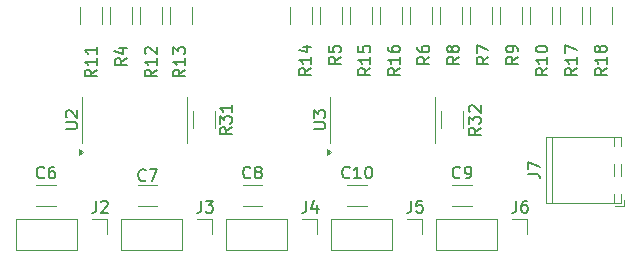
<source format=gbr>
G04 #@! TF.GenerationSoftware,KiCad,Pcbnew,8.0.8-8.0.8-0~ubuntu20.04.1*
G04 #@! TF.CreationDate,2025-01-21T23:34:15+05:30*
G04 #@! TF.ProjectId,hds_rpi,6864735f-7270-4692-9e6b-696361645f70,rev?*
G04 #@! TF.SameCoordinates,Original*
G04 #@! TF.FileFunction,Legend,Top*
G04 #@! TF.FilePolarity,Positive*
%FSLAX46Y46*%
G04 Gerber Fmt 4.6, Leading zero omitted, Abs format (unit mm)*
G04 Created by KiCad (PCBNEW 8.0.8-8.0.8-0~ubuntu20.04.1) date 2025-01-21 23:34:15*
%MOMM*%
%LPD*%
G01*
G04 APERTURE LIST*
%ADD10C,0.150000*%
%ADD11C,0.120000*%
G04 APERTURE END LIST*
D10*
X97456666Y-75146819D02*
X97456666Y-75861104D01*
X97456666Y-75861104D02*
X97409047Y-76003961D01*
X97409047Y-76003961D02*
X97313809Y-76099200D01*
X97313809Y-76099200D02*
X97170952Y-76146819D01*
X97170952Y-76146819D02*
X97075714Y-76146819D01*
X97837619Y-75146819D02*
X98456666Y-75146819D01*
X98456666Y-75146819D02*
X98123333Y-75527771D01*
X98123333Y-75527771D02*
X98266190Y-75527771D01*
X98266190Y-75527771D02*
X98361428Y-75575390D01*
X98361428Y-75575390D02*
X98409047Y-75623009D01*
X98409047Y-75623009D02*
X98456666Y-75718247D01*
X98456666Y-75718247D02*
X98456666Y-75956342D01*
X98456666Y-75956342D02*
X98409047Y-76051580D01*
X98409047Y-76051580D02*
X98361428Y-76099200D01*
X98361428Y-76099200D02*
X98266190Y-76146819D01*
X98266190Y-76146819D02*
X97980476Y-76146819D01*
X97980476Y-76146819D02*
X97885238Y-76099200D01*
X97885238Y-76099200D02*
X97837619Y-76051580D01*
X126769019Y-63915922D02*
X126292828Y-64249255D01*
X126769019Y-64487350D02*
X125769019Y-64487350D01*
X125769019Y-64487350D02*
X125769019Y-64106398D01*
X125769019Y-64106398D02*
X125816638Y-64011160D01*
X125816638Y-64011160D02*
X125864257Y-63963541D01*
X125864257Y-63963541D02*
X125959495Y-63915922D01*
X125959495Y-63915922D02*
X126102352Y-63915922D01*
X126102352Y-63915922D02*
X126197590Y-63963541D01*
X126197590Y-63963541D02*
X126245209Y-64011160D01*
X126245209Y-64011160D02*
X126292828Y-64106398D01*
X126292828Y-64106398D02*
X126292828Y-64487350D01*
X126769019Y-62963541D02*
X126769019Y-63534969D01*
X126769019Y-63249255D02*
X125769019Y-63249255D01*
X125769019Y-63249255D02*
X125911876Y-63344493D01*
X125911876Y-63344493D02*
X126007114Y-63439731D01*
X126007114Y-63439731D02*
X126054733Y-63534969D01*
X125769019Y-62344493D02*
X125769019Y-62249255D01*
X125769019Y-62249255D02*
X125816638Y-62154017D01*
X125816638Y-62154017D02*
X125864257Y-62106398D01*
X125864257Y-62106398D02*
X125959495Y-62058779D01*
X125959495Y-62058779D02*
X126149971Y-62011160D01*
X126149971Y-62011160D02*
X126388066Y-62011160D01*
X126388066Y-62011160D02*
X126578542Y-62058779D01*
X126578542Y-62058779D02*
X126673780Y-62106398D01*
X126673780Y-62106398D02*
X126721400Y-62154017D01*
X126721400Y-62154017D02*
X126769019Y-62249255D01*
X126769019Y-62249255D02*
X126769019Y-62344493D01*
X126769019Y-62344493D02*
X126721400Y-62439731D01*
X126721400Y-62439731D02*
X126673780Y-62487350D01*
X126673780Y-62487350D02*
X126578542Y-62534969D01*
X126578542Y-62534969D02*
X126388066Y-62582588D01*
X126388066Y-62582588D02*
X126149971Y-62582588D01*
X126149971Y-62582588D02*
X125959495Y-62534969D01*
X125959495Y-62534969D02*
X125864257Y-62487350D01*
X125864257Y-62487350D02*
X125816638Y-62439731D01*
X125816638Y-62439731D02*
X125769019Y-62344493D01*
X119370833Y-73159580D02*
X119323214Y-73207200D01*
X119323214Y-73207200D02*
X119180357Y-73254819D01*
X119180357Y-73254819D02*
X119085119Y-73254819D01*
X119085119Y-73254819D02*
X118942262Y-73207200D01*
X118942262Y-73207200D02*
X118847024Y-73111961D01*
X118847024Y-73111961D02*
X118799405Y-73016723D01*
X118799405Y-73016723D02*
X118751786Y-72826247D01*
X118751786Y-72826247D02*
X118751786Y-72683390D01*
X118751786Y-72683390D02*
X118799405Y-72492914D01*
X118799405Y-72492914D02*
X118847024Y-72397676D01*
X118847024Y-72397676D02*
X118942262Y-72302438D01*
X118942262Y-72302438D02*
X119085119Y-72254819D01*
X119085119Y-72254819D02*
X119180357Y-72254819D01*
X119180357Y-72254819D02*
X119323214Y-72302438D01*
X119323214Y-72302438D02*
X119370833Y-72350057D01*
X119847024Y-73254819D02*
X120037500Y-73254819D01*
X120037500Y-73254819D02*
X120132738Y-73207200D01*
X120132738Y-73207200D02*
X120180357Y-73159580D01*
X120180357Y-73159580D02*
X120275595Y-73016723D01*
X120275595Y-73016723D02*
X120323214Y-72826247D01*
X120323214Y-72826247D02*
X120323214Y-72445295D01*
X120323214Y-72445295D02*
X120275595Y-72350057D01*
X120275595Y-72350057D02*
X120227976Y-72302438D01*
X120227976Y-72302438D02*
X120132738Y-72254819D01*
X120132738Y-72254819D02*
X119942262Y-72254819D01*
X119942262Y-72254819D02*
X119847024Y-72302438D01*
X119847024Y-72302438D02*
X119799405Y-72350057D01*
X119799405Y-72350057D02*
X119751786Y-72445295D01*
X119751786Y-72445295D02*
X119751786Y-72683390D01*
X119751786Y-72683390D02*
X119799405Y-72778628D01*
X119799405Y-72778628D02*
X119847024Y-72826247D01*
X119847024Y-72826247D02*
X119942262Y-72873866D01*
X119942262Y-72873866D02*
X120132738Y-72873866D01*
X120132738Y-72873866D02*
X120227976Y-72826247D01*
X120227976Y-72826247D02*
X120275595Y-72778628D01*
X120275595Y-72778628D02*
X120323214Y-72683390D01*
X92745833Y-73384580D02*
X92698214Y-73432200D01*
X92698214Y-73432200D02*
X92555357Y-73479819D01*
X92555357Y-73479819D02*
X92460119Y-73479819D01*
X92460119Y-73479819D02*
X92317262Y-73432200D01*
X92317262Y-73432200D02*
X92222024Y-73336961D01*
X92222024Y-73336961D02*
X92174405Y-73241723D01*
X92174405Y-73241723D02*
X92126786Y-73051247D01*
X92126786Y-73051247D02*
X92126786Y-72908390D01*
X92126786Y-72908390D02*
X92174405Y-72717914D01*
X92174405Y-72717914D02*
X92222024Y-72622676D01*
X92222024Y-72622676D02*
X92317262Y-72527438D01*
X92317262Y-72527438D02*
X92460119Y-72479819D01*
X92460119Y-72479819D02*
X92555357Y-72479819D01*
X92555357Y-72479819D02*
X92698214Y-72527438D01*
X92698214Y-72527438D02*
X92745833Y-72575057D01*
X93079167Y-72479819D02*
X93745833Y-72479819D01*
X93745833Y-72479819D02*
X93317262Y-73479819D01*
X116761419Y-62963541D02*
X116285228Y-63296874D01*
X116761419Y-63534969D02*
X115761419Y-63534969D01*
X115761419Y-63534969D02*
X115761419Y-63154017D01*
X115761419Y-63154017D02*
X115809038Y-63058779D01*
X115809038Y-63058779D02*
X115856657Y-63011160D01*
X115856657Y-63011160D02*
X115951895Y-62963541D01*
X115951895Y-62963541D02*
X116094752Y-62963541D01*
X116094752Y-62963541D02*
X116189990Y-63011160D01*
X116189990Y-63011160D02*
X116237609Y-63058779D01*
X116237609Y-63058779D02*
X116285228Y-63154017D01*
X116285228Y-63154017D02*
X116285228Y-63534969D01*
X115761419Y-62106398D02*
X115761419Y-62296874D01*
X115761419Y-62296874D02*
X115809038Y-62392112D01*
X115809038Y-62392112D02*
X115856657Y-62439731D01*
X115856657Y-62439731D02*
X115999514Y-62534969D01*
X115999514Y-62534969D02*
X116189990Y-62582588D01*
X116189990Y-62582588D02*
X116570942Y-62582588D01*
X116570942Y-62582588D02*
X116666180Y-62534969D01*
X116666180Y-62534969D02*
X116713800Y-62487350D01*
X116713800Y-62487350D02*
X116761419Y-62392112D01*
X116761419Y-62392112D02*
X116761419Y-62201636D01*
X116761419Y-62201636D02*
X116713800Y-62106398D01*
X116713800Y-62106398D02*
X116666180Y-62058779D01*
X116666180Y-62058779D02*
X116570942Y-62011160D01*
X116570942Y-62011160D02*
X116332847Y-62011160D01*
X116332847Y-62011160D02*
X116237609Y-62058779D01*
X116237609Y-62058779D02*
X116189990Y-62106398D01*
X116189990Y-62106398D02*
X116142371Y-62201636D01*
X116142371Y-62201636D02*
X116142371Y-62392112D01*
X116142371Y-62392112D02*
X116189990Y-62487350D01*
X116189990Y-62487350D02*
X116237609Y-62534969D01*
X116237609Y-62534969D02*
X116332847Y-62582588D01*
X84161333Y-73159580D02*
X84113714Y-73207200D01*
X84113714Y-73207200D02*
X83970857Y-73254819D01*
X83970857Y-73254819D02*
X83875619Y-73254819D01*
X83875619Y-73254819D02*
X83732762Y-73207200D01*
X83732762Y-73207200D02*
X83637524Y-73111961D01*
X83637524Y-73111961D02*
X83589905Y-73016723D01*
X83589905Y-73016723D02*
X83542286Y-72826247D01*
X83542286Y-72826247D02*
X83542286Y-72683390D01*
X83542286Y-72683390D02*
X83589905Y-72492914D01*
X83589905Y-72492914D02*
X83637524Y-72397676D01*
X83637524Y-72397676D02*
X83732762Y-72302438D01*
X83732762Y-72302438D02*
X83875619Y-72254819D01*
X83875619Y-72254819D02*
X83970857Y-72254819D01*
X83970857Y-72254819D02*
X84113714Y-72302438D01*
X84113714Y-72302438D02*
X84161333Y-72350057D01*
X85018476Y-72254819D02*
X84828000Y-72254819D01*
X84828000Y-72254819D02*
X84732762Y-72302438D01*
X84732762Y-72302438D02*
X84685143Y-72350057D01*
X84685143Y-72350057D02*
X84589905Y-72492914D01*
X84589905Y-72492914D02*
X84542286Y-72683390D01*
X84542286Y-72683390D02*
X84542286Y-73064342D01*
X84542286Y-73064342D02*
X84589905Y-73159580D01*
X84589905Y-73159580D02*
X84637524Y-73207200D01*
X84637524Y-73207200D02*
X84732762Y-73254819D01*
X84732762Y-73254819D02*
X84923238Y-73254819D01*
X84923238Y-73254819D02*
X85018476Y-73207200D01*
X85018476Y-73207200D02*
X85066095Y-73159580D01*
X85066095Y-73159580D02*
X85113714Y-73064342D01*
X85113714Y-73064342D02*
X85113714Y-72826247D01*
X85113714Y-72826247D02*
X85066095Y-72731009D01*
X85066095Y-72731009D02*
X85018476Y-72683390D01*
X85018476Y-72683390D02*
X84923238Y-72635771D01*
X84923238Y-72635771D02*
X84732762Y-72635771D01*
X84732762Y-72635771D02*
X84637524Y-72683390D01*
X84637524Y-72683390D02*
X84589905Y-72731009D01*
X84589905Y-72731009D02*
X84542286Y-72826247D01*
X96085819Y-64042922D02*
X95609628Y-64376255D01*
X96085819Y-64614350D02*
X95085819Y-64614350D01*
X95085819Y-64614350D02*
X95085819Y-64233398D01*
X95085819Y-64233398D02*
X95133438Y-64138160D01*
X95133438Y-64138160D02*
X95181057Y-64090541D01*
X95181057Y-64090541D02*
X95276295Y-64042922D01*
X95276295Y-64042922D02*
X95419152Y-64042922D01*
X95419152Y-64042922D02*
X95514390Y-64090541D01*
X95514390Y-64090541D02*
X95562009Y-64138160D01*
X95562009Y-64138160D02*
X95609628Y-64233398D01*
X95609628Y-64233398D02*
X95609628Y-64614350D01*
X96085819Y-63090541D02*
X96085819Y-63661969D01*
X96085819Y-63376255D02*
X95085819Y-63376255D01*
X95085819Y-63376255D02*
X95228676Y-63471493D01*
X95228676Y-63471493D02*
X95323914Y-63566731D01*
X95323914Y-63566731D02*
X95371533Y-63661969D01*
X95085819Y-62757207D02*
X95085819Y-62138160D01*
X95085819Y-62138160D02*
X95466771Y-62471493D01*
X95466771Y-62471493D02*
X95466771Y-62328636D01*
X95466771Y-62328636D02*
X95514390Y-62233398D01*
X95514390Y-62233398D02*
X95562009Y-62185779D01*
X95562009Y-62185779D02*
X95657247Y-62138160D01*
X95657247Y-62138160D02*
X95895342Y-62138160D01*
X95895342Y-62138160D02*
X95990580Y-62185779D01*
X95990580Y-62185779D02*
X96038200Y-62233398D01*
X96038200Y-62233398D02*
X96085819Y-62328636D01*
X96085819Y-62328636D02*
X96085819Y-62614350D01*
X96085819Y-62614350D02*
X96038200Y-62709588D01*
X96038200Y-62709588D02*
X95990580Y-62757207D01*
X131772819Y-63915922D02*
X131296628Y-64249255D01*
X131772819Y-64487350D02*
X130772819Y-64487350D01*
X130772819Y-64487350D02*
X130772819Y-64106398D01*
X130772819Y-64106398D02*
X130820438Y-64011160D01*
X130820438Y-64011160D02*
X130868057Y-63963541D01*
X130868057Y-63963541D02*
X130963295Y-63915922D01*
X130963295Y-63915922D02*
X131106152Y-63915922D01*
X131106152Y-63915922D02*
X131201390Y-63963541D01*
X131201390Y-63963541D02*
X131249009Y-64011160D01*
X131249009Y-64011160D02*
X131296628Y-64106398D01*
X131296628Y-64106398D02*
X131296628Y-64487350D01*
X131772819Y-62963541D02*
X131772819Y-63534969D01*
X131772819Y-63249255D02*
X130772819Y-63249255D01*
X130772819Y-63249255D02*
X130915676Y-63344493D01*
X130915676Y-63344493D02*
X131010914Y-63439731D01*
X131010914Y-63439731D02*
X131058533Y-63534969D01*
X131201390Y-62392112D02*
X131153771Y-62487350D01*
X131153771Y-62487350D02*
X131106152Y-62534969D01*
X131106152Y-62534969D02*
X131010914Y-62582588D01*
X131010914Y-62582588D02*
X130963295Y-62582588D01*
X130963295Y-62582588D02*
X130868057Y-62534969D01*
X130868057Y-62534969D02*
X130820438Y-62487350D01*
X130820438Y-62487350D02*
X130772819Y-62392112D01*
X130772819Y-62392112D02*
X130772819Y-62201636D01*
X130772819Y-62201636D02*
X130820438Y-62106398D01*
X130820438Y-62106398D02*
X130868057Y-62058779D01*
X130868057Y-62058779D02*
X130963295Y-62011160D01*
X130963295Y-62011160D02*
X131010914Y-62011160D01*
X131010914Y-62011160D02*
X131106152Y-62058779D01*
X131106152Y-62058779D02*
X131153771Y-62106398D01*
X131153771Y-62106398D02*
X131201390Y-62201636D01*
X131201390Y-62201636D02*
X131201390Y-62392112D01*
X131201390Y-62392112D02*
X131249009Y-62487350D01*
X131249009Y-62487350D02*
X131296628Y-62534969D01*
X131296628Y-62534969D02*
X131391866Y-62582588D01*
X131391866Y-62582588D02*
X131582342Y-62582588D01*
X131582342Y-62582588D02*
X131677580Y-62534969D01*
X131677580Y-62534969D02*
X131725200Y-62487350D01*
X131725200Y-62487350D02*
X131772819Y-62392112D01*
X131772819Y-62392112D02*
X131772819Y-62201636D01*
X131772819Y-62201636D02*
X131725200Y-62106398D01*
X131725200Y-62106398D02*
X131677580Y-62058779D01*
X131677580Y-62058779D02*
X131582342Y-62011160D01*
X131582342Y-62011160D02*
X131391866Y-62011160D01*
X131391866Y-62011160D02*
X131296628Y-62058779D01*
X131296628Y-62058779D02*
X131249009Y-62106398D01*
X131249009Y-62106398D02*
X131201390Y-62201636D01*
X91132819Y-63090541D02*
X90656628Y-63423874D01*
X91132819Y-63661969D02*
X90132819Y-63661969D01*
X90132819Y-63661969D02*
X90132819Y-63281017D01*
X90132819Y-63281017D02*
X90180438Y-63185779D01*
X90180438Y-63185779D02*
X90228057Y-63138160D01*
X90228057Y-63138160D02*
X90323295Y-63090541D01*
X90323295Y-63090541D02*
X90466152Y-63090541D01*
X90466152Y-63090541D02*
X90561390Y-63138160D01*
X90561390Y-63138160D02*
X90609009Y-63185779D01*
X90609009Y-63185779D02*
X90656628Y-63281017D01*
X90656628Y-63281017D02*
X90656628Y-63661969D01*
X90466152Y-62233398D02*
X91132819Y-62233398D01*
X90085200Y-62471493D02*
X90799485Y-62709588D01*
X90799485Y-62709588D02*
X90799485Y-62090541D01*
X88566666Y-75146819D02*
X88566666Y-75861104D01*
X88566666Y-75861104D02*
X88519047Y-76003961D01*
X88519047Y-76003961D02*
X88423809Y-76099200D01*
X88423809Y-76099200D02*
X88280952Y-76146819D01*
X88280952Y-76146819D02*
X88185714Y-76146819D01*
X88995238Y-75242057D02*
X89042857Y-75194438D01*
X89042857Y-75194438D02*
X89138095Y-75146819D01*
X89138095Y-75146819D02*
X89376190Y-75146819D01*
X89376190Y-75146819D02*
X89471428Y-75194438D01*
X89471428Y-75194438D02*
X89519047Y-75242057D01*
X89519047Y-75242057D02*
X89566666Y-75337295D01*
X89566666Y-75337295D02*
X89566666Y-75432533D01*
X89566666Y-75432533D02*
X89519047Y-75575390D01*
X89519047Y-75575390D02*
X88947619Y-76146819D01*
X88947619Y-76146819D02*
X89566666Y-76146819D01*
X121104819Y-68968857D02*
X120628628Y-69302190D01*
X121104819Y-69540285D02*
X120104819Y-69540285D01*
X120104819Y-69540285D02*
X120104819Y-69159333D01*
X120104819Y-69159333D02*
X120152438Y-69064095D01*
X120152438Y-69064095D02*
X120200057Y-69016476D01*
X120200057Y-69016476D02*
X120295295Y-68968857D01*
X120295295Y-68968857D02*
X120438152Y-68968857D01*
X120438152Y-68968857D02*
X120533390Y-69016476D01*
X120533390Y-69016476D02*
X120581009Y-69064095D01*
X120581009Y-69064095D02*
X120628628Y-69159333D01*
X120628628Y-69159333D02*
X120628628Y-69540285D01*
X120104819Y-68635523D02*
X120104819Y-68016476D01*
X120104819Y-68016476D02*
X120485771Y-68349809D01*
X120485771Y-68349809D02*
X120485771Y-68206952D01*
X120485771Y-68206952D02*
X120533390Y-68111714D01*
X120533390Y-68111714D02*
X120581009Y-68064095D01*
X120581009Y-68064095D02*
X120676247Y-68016476D01*
X120676247Y-68016476D02*
X120914342Y-68016476D01*
X120914342Y-68016476D02*
X121009580Y-68064095D01*
X121009580Y-68064095D02*
X121057200Y-68111714D01*
X121057200Y-68111714D02*
X121104819Y-68206952D01*
X121104819Y-68206952D02*
X121104819Y-68492666D01*
X121104819Y-68492666D02*
X121057200Y-68587904D01*
X121057200Y-68587904D02*
X121009580Y-68635523D01*
X120200057Y-67635523D02*
X120152438Y-67587904D01*
X120152438Y-67587904D02*
X120104819Y-67492666D01*
X120104819Y-67492666D02*
X120104819Y-67254571D01*
X120104819Y-67254571D02*
X120152438Y-67159333D01*
X120152438Y-67159333D02*
X120200057Y-67111714D01*
X120200057Y-67111714D02*
X120295295Y-67064095D01*
X120295295Y-67064095D02*
X120390533Y-67064095D01*
X120390533Y-67064095D02*
X120533390Y-67111714D01*
X120533390Y-67111714D02*
X121104819Y-67683142D01*
X121104819Y-67683142D02*
X121104819Y-67064095D01*
X124267119Y-62963541D02*
X123790928Y-63296874D01*
X124267119Y-63534969D02*
X123267119Y-63534969D01*
X123267119Y-63534969D02*
X123267119Y-63154017D01*
X123267119Y-63154017D02*
X123314738Y-63058779D01*
X123314738Y-63058779D02*
X123362357Y-63011160D01*
X123362357Y-63011160D02*
X123457595Y-62963541D01*
X123457595Y-62963541D02*
X123600452Y-62963541D01*
X123600452Y-62963541D02*
X123695690Y-63011160D01*
X123695690Y-63011160D02*
X123743309Y-63058779D01*
X123743309Y-63058779D02*
X123790928Y-63154017D01*
X123790928Y-63154017D02*
X123790928Y-63534969D01*
X124267119Y-62487350D02*
X124267119Y-62296874D01*
X124267119Y-62296874D02*
X124219500Y-62201636D01*
X124219500Y-62201636D02*
X124171880Y-62154017D01*
X124171880Y-62154017D02*
X124029023Y-62058779D01*
X124029023Y-62058779D02*
X123838547Y-62011160D01*
X123838547Y-62011160D02*
X123457595Y-62011160D01*
X123457595Y-62011160D02*
X123362357Y-62058779D01*
X123362357Y-62058779D02*
X123314738Y-62106398D01*
X123314738Y-62106398D02*
X123267119Y-62201636D01*
X123267119Y-62201636D02*
X123267119Y-62392112D01*
X123267119Y-62392112D02*
X123314738Y-62487350D01*
X123314738Y-62487350D02*
X123362357Y-62534969D01*
X123362357Y-62534969D02*
X123457595Y-62582588D01*
X123457595Y-62582588D02*
X123695690Y-62582588D01*
X123695690Y-62582588D02*
X123790928Y-62534969D01*
X123790928Y-62534969D02*
X123838547Y-62487350D01*
X123838547Y-62487350D02*
X123886166Y-62392112D01*
X123886166Y-62392112D02*
X123886166Y-62201636D01*
X123886166Y-62201636D02*
X123838547Y-62106398D01*
X123838547Y-62106398D02*
X123790928Y-62058779D01*
X123790928Y-62058779D02*
X123695690Y-62011160D01*
X109255719Y-62963541D02*
X108779528Y-63296874D01*
X109255719Y-63534969D02*
X108255719Y-63534969D01*
X108255719Y-63534969D02*
X108255719Y-63154017D01*
X108255719Y-63154017D02*
X108303338Y-63058779D01*
X108303338Y-63058779D02*
X108350957Y-63011160D01*
X108350957Y-63011160D02*
X108446195Y-62963541D01*
X108446195Y-62963541D02*
X108589052Y-62963541D01*
X108589052Y-62963541D02*
X108684290Y-63011160D01*
X108684290Y-63011160D02*
X108731909Y-63058779D01*
X108731909Y-63058779D02*
X108779528Y-63154017D01*
X108779528Y-63154017D02*
X108779528Y-63534969D01*
X108255719Y-62058779D02*
X108255719Y-62534969D01*
X108255719Y-62534969D02*
X108731909Y-62582588D01*
X108731909Y-62582588D02*
X108684290Y-62534969D01*
X108684290Y-62534969D02*
X108636671Y-62439731D01*
X108636671Y-62439731D02*
X108636671Y-62201636D01*
X108636671Y-62201636D02*
X108684290Y-62106398D01*
X108684290Y-62106398D02*
X108731909Y-62058779D01*
X108731909Y-62058779D02*
X108827147Y-62011160D01*
X108827147Y-62011160D02*
X109065242Y-62011160D01*
X109065242Y-62011160D02*
X109160480Y-62058779D01*
X109160480Y-62058779D02*
X109208100Y-62106398D01*
X109208100Y-62106398D02*
X109255719Y-62201636D01*
X109255719Y-62201636D02*
X109255719Y-62439731D01*
X109255719Y-62439731D02*
X109208100Y-62534969D01*
X109208100Y-62534969D02*
X109160480Y-62582588D01*
X85974819Y-69061904D02*
X86784342Y-69061904D01*
X86784342Y-69061904D02*
X86879580Y-69014285D01*
X86879580Y-69014285D02*
X86927200Y-68966666D01*
X86927200Y-68966666D02*
X86974819Y-68871428D01*
X86974819Y-68871428D02*
X86974819Y-68680952D01*
X86974819Y-68680952D02*
X86927200Y-68585714D01*
X86927200Y-68585714D02*
X86879580Y-68538095D01*
X86879580Y-68538095D02*
X86784342Y-68490476D01*
X86784342Y-68490476D02*
X85974819Y-68490476D01*
X86070057Y-68061904D02*
X86022438Y-68014285D01*
X86022438Y-68014285D02*
X85974819Y-67919047D01*
X85974819Y-67919047D02*
X85974819Y-67680952D01*
X85974819Y-67680952D02*
X86022438Y-67585714D01*
X86022438Y-67585714D02*
X86070057Y-67538095D01*
X86070057Y-67538095D02*
X86165295Y-67490476D01*
X86165295Y-67490476D02*
X86260533Y-67490476D01*
X86260533Y-67490476D02*
X86403390Y-67538095D01*
X86403390Y-67538095D02*
X86974819Y-68109523D01*
X86974819Y-68109523D02*
X86974819Y-67490476D01*
X93672819Y-64042922D02*
X93196628Y-64376255D01*
X93672819Y-64614350D02*
X92672819Y-64614350D01*
X92672819Y-64614350D02*
X92672819Y-64233398D01*
X92672819Y-64233398D02*
X92720438Y-64138160D01*
X92720438Y-64138160D02*
X92768057Y-64090541D01*
X92768057Y-64090541D02*
X92863295Y-64042922D01*
X92863295Y-64042922D02*
X93006152Y-64042922D01*
X93006152Y-64042922D02*
X93101390Y-64090541D01*
X93101390Y-64090541D02*
X93149009Y-64138160D01*
X93149009Y-64138160D02*
X93196628Y-64233398D01*
X93196628Y-64233398D02*
X93196628Y-64614350D01*
X93672819Y-63090541D02*
X93672819Y-63661969D01*
X93672819Y-63376255D02*
X92672819Y-63376255D01*
X92672819Y-63376255D02*
X92815676Y-63471493D01*
X92815676Y-63471493D02*
X92910914Y-63566731D01*
X92910914Y-63566731D02*
X92958533Y-63661969D01*
X92768057Y-62709588D02*
X92720438Y-62661969D01*
X92720438Y-62661969D02*
X92672819Y-62566731D01*
X92672819Y-62566731D02*
X92672819Y-62328636D01*
X92672819Y-62328636D02*
X92720438Y-62233398D01*
X92720438Y-62233398D02*
X92768057Y-62185779D01*
X92768057Y-62185779D02*
X92863295Y-62138160D01*
X92863295Y-62138160D02*
X92958533Y-62138160D01*
X92958533Y-62138160D02*
X93101390Y-62185779D01*
X93101390Y-62185779D02*
X93672819Y-62757207D01*
X93672819Y-62757207D02*
X93672819Y-62138160D01*
X119263319Y-62963541D02*
X118787128Y-63296874D01*
X119263319Y-63534969D02*
X118263319Y-63534969D01*
X118263319Y-63534969D02*
X118263319Y-63154017D01*
X118263319Y-63154017D02*
X118310938Y-63058779D01*
X118310938Y-63058779D02*
X118358557Y-63011160D01*
X118358557Y-63011160D02*
X118453795Y-62963541D01*
X118453795Y-62963541D02*
X118596652Y-62963541D01*
X118596652Y-62963541D02*
X118691890Y-63011160D01*
X118691890Y-63011160D02*
X118739509Y-63058779D01*
X118739509Y-63058779D02*
X118787128Y-63154017D01*
X118787128Y-63154017D02*
X118787128Y-63534969D01*
X118691890Y-62392112D02*
X118644271Y-62487350D01*
X118644271Y-62487350D02*
X118596652Y-62534969D01*
X118596652Y-62534969D02*
X118501414Y-62582588D01*
X118501414Y-62582588D02*
X118453795Y-62582588D01*
X118453795Y-62582588D02*
X118358557Y-62534969D01*
X118358557Y-62534969D02*
X118310938Y-62487350D01*
X118310938Y-62487350D02*
X118263319Y-62392112D01*
X118263319Y-62392112D02*
X118263319Y-62201636D01*
X118263319Y-62201636D02*
X118310938Y-62106398D01*
X118310938Y-62106398D02*
X118358557Y-62058779D01*
X118358557Y-62058779D02*
X118453795Y-62011160D01*
X118453795Y-62011160D02*
X118501414Y-62011160D01*
X118501414Y-62011160D02*
X118596652Y-62058779D01*
X118596652Y-62058779D02*
X118644271Y-62106398D01*
X118644271Y-62106398D02*
X118691890Y-62201636D01*
X118691890Y-62201636D02*
X118691890Y-62392112D01*
X118691890Y-62392112D02*
X118739509Y-62487350D01*
X118739509Y-62487350D02*
X118787128Y-62534969D01*
X118787128Y-62534969D02*
X118882366Y-62582588D01*
X118882366Y-62582588D02*
X119072842Y-62582588D01*
X119072842Y-62582588D02*
X119168080Y-62534969D01*
X119168080Y-62534969D02*
X119215700Y-62487350D01*
X119215700Y-62487350D02*
X119263319Y-62392112D01*
X119263319Y-62392112D02*
X119263319Y-62201636D01*
X119263319Y-62201636D02*
X119215700Y-62106398D01*
X119215700Y-62106398D02*
X119168080Y-62058779D01*
X119168080Y-62058779D02*
X119072842Y-62011160D01*
X119072842Y-62011160D02*
X118882366Y-62011160D01*
X118882366Y-62011160D02*
X118787128Y-62058779D01*
X118787128Y-62058779D02*
X118739509Y-62106398D01*
X118739509Y-62106398D02*
X118691890Y-62201636D01*
X121765219Y-62963541D02*
X121289028Y-63296874D01*
X121765219Y-63534969D02*
X120765219Y-63534969D01*
X120765219Y-63534969D02*
X120765219Y-63154017D01*
X120765219Y-63154017D02*
X120812838Y-63058779D01*
X120812838Y-63058779D02*
X120860457Y-63011160D01*
X120860457Y-63011160D02*
X120955695Y-62963541D01*
X120955695Y-62963541D02*
X121098552Y-62963541D01*
X121098552Y-62963541D02*
X121193790Y-63011160D01*
X121193790Y-63011160D02*
X121241409Y-63058779D01*
X121241409Y-63058779D02*
X121289028Y-63154017D01*
X121289028Y-63154017D02*
X121289028Y-63534969D01*
X120765219Y-62630207D02*
X120765219Y-61963541D01*
X120765219Y-61963541D02*
X121765219Y-62392112D01*
X129270919Y-63915922D02*
X128794728Y-64249255D01*
X129270919Y-64487350D02*
X128270919Y-64487350D01*
X128270919Y-64487350D02*
X128270919Y-64106398D01*
X128270919Y-64106398D02*
X128318538Y-64011160D01*
X128318538Y-64011160D02*
X128366157Y-63963541D01*
X128366157Y-63963541D02*
X128461395Y-63915922D01*
X128461395Y-63915922D02*
X128604252Y-63915922D01*
X128604252Y-63915922D02*
X128699490Y-63963541D01*
X128699490Y-63963541D02*
X128747109Y-64011160D01*
X128747109Y-64011160D02*
X128794728Y-64106398D01*
X128794728Y-64106398D02*
X128794728Y-64487350D01*
X129270919Y-62963541D02*
X129270919Y-63534969D01*
X129270919Y-63249255D02*
X128270919Y-63249255D01*
X128270919Y-63249255D02*
X128413776Y-63344493D01*
X128413776Y-63344493D02*
X128509014Y-63439731D01*
X128509014Y-63439731D02*
X128556633Y-63534969D01*
X128270919Y-62630207D02*
X128270919Y-61963541D01*
X128270919Y-61963541D02*
X129270919Y-62392112D01*
X106974819Y-69061904D02*
X107784342Y-69061904D01*
X107784342Y-69061904D02*
X107879580Y-69014285D01*
X107879580Y-69014285D02*
X107927200Y-68966666D01*
X107927200Y-68966666D02*
X107974819Y-68871428D01*
X107974819Y-68871428D02*
X107974819Y-68680952D01*
X107974819Y-68680952D02*
X107927200Y-68585714D01*
X107927200Y-68585714D02*
X107879580Y-68538095D01*
X107879580Y-68538095D02*
X107784342Y-68490476D01*
X107784342Y-68490476D02*
X106974819Y-68490476D01*
X106974819Y-68109523D02*
X106974819Y-67490476D01*
X106974819Y-67490476D02*
X107355771Y-67823809D01*
X107355771Y-67823809D02*
X107355771Y-67680952D01*
X107355771Y-67680952D02*
X107403390Y-67585714D01*
X107403390Y-67585714D02*
X107451009Y-67538095D01*
X107451009Y-67538095D02*
X107546247Y-67490476D01*
X107546247Y-67490476D02*
X107784342Y-67490476D01*
X107784342Y-67490476D02*
X107879580Y-67538095D01*
X107879580Y-67538095D02*
X107927200Y-67585714D01*
X107927200Y-67585714D02*
X107974819Y-67680952D01*
X107974819Y-67680952D02*
X107974819Y-67966666D01*
X107974819Y-67966666D02*
X107927200Y-68061904D01*
X107927200Y-68061904D02*
X107879580Y-68109523D01*
X125139619Y-72875733D02*
X125853904Y-72875733D01*
X125853904Y-72875733D02*
X125996761Y-72923352D01*
X125996761Y-72923352D02*
X126092000Y-73018590D01*
X126092000Y-73018590D02*
X126139619Y-73161447D01*
X126139619Y-73161447D02*
X126139619Y-73256685D01*
X125139619Y-72494780D02*
X125139619Y-71828114D01*
X125139619Y-71828114D02*
X126139619Y-72256685D01*
X106753819Y-63915922D02*
X106277628Y-64249255D01*
X106753819Y-64487350D02*
X105753819Y-64487350D01*
X105753819Y-64487350D02*
X105753819Y-64106398D01*
X105753819Y-64106398D02*
X105801438Y-64011160D01*
X105801438Y-64011160D02*
X105849057Y-63963541D01*
X105849057Y-63963541D02*
X105944295Y-63915922D01*
X105944295Y-63915922D02*
X106087152Y-63915922D01*
X106087152Y-63915922D02*
X106182390Y-63963541D01*
X106182390Y-63963541D02*
X106230009Y-64011160D01*
X106230009Y-64011160D02*
X106277628Y-64106398D01*
X106277628Y-64106398D02*
X106277628Y-64487350D01*
X106753819Y-62963541D02*
X106753819Y-63534969D01*
X106753819Y-63249255D02*
X105753819Y-63249255D01*
X105753819Y-63249255D02*
X105896676Y-63344493D01*
X105896676Y-63344493D02*
X105991914Y-63439731D01*
X105991914Y-63439731D02*
X106039533Y-63534969D01*
X106087152Y-62106398D02*
X106753819Y-62106398D01*
X105706200Y-62344493D02*
X106420485Y-62582588D01*
X106420485Y-62582588D02*
X106420485Y-61963541D01*
X100022819Y-68942857D02*
X99546628Y-69276190D01*
X100022819Y-69514285D02*
X99022819Y-69514285D01*
X99022819Y-69514285D02*
X99022819Y-69133333D01*
X99022819Y-69133333D02*
X99070438Y-69038095D01*
X99070438Y-69038095D02*
X99118057Y-68990476D01*
X99118057Y-68990476D02*
X99213295Y-68942857D01*
X99213295Y-68942857D02*
X99356152Y-68942857D01*
X99356152Y-68942857D02*
X99451390Y-68990476D01*
X99451390Y-68990476D02*
X99499009Y-69038095D01*
X99499009Y-69038095D02*
X99546628Y-69133333D01*
X99546628Y-69133333D02*
X99546628Y-69514285D01*
X99022819Y-68609523D02*
X99022819Y-67990476D01*
X99022819Y-67990476D02*
X99403771Y-68323809D01*
X99403771Y-68323809D02*
X99403771Y-68180952D01*
X99403771Y-68180952D02*
X99451390Y-68085714D01*
X99451390Y-68085714D02*
X99499009Y-68038095D01*
X99499009Y-68038095D02*
X99594247Y-67990476D01*
X99594247Y-67990476D02*
X99832342Y-67990476D01*
X99832342Y-67990476D02*
X99927580Y-68038095D01*
X99927580Y-68038095D02*
X99975200Y-68085714D01*
X99975200Y-68085714D02*
X100022819Y-68180952D01*
X100022819Y-68180952D02*
X100022819Y-68466666D01*
X100022819Y-68466666D02*
X99975200Y-68561904D01*
X99975200Y-68561904D02*
X99927580Y-68609523D01*
X100022819Y-67038095D02*
X100022819Y-67609523D01*
X100022819Y-67323809D02*
X99022819Y-67323809D01*
X99022819Y-67323809D02*
X99165676Y-67419047D01*
X99165676Y-67419047D02*
X99260914Y-67514285D01*
X99260914Y-67514285D02*
X99308533Y-67609523D01*
X106346666Y-75146819D02*
X106346666Y-75861104D01*
X106346666Y-75861104D02*
X106299047Y-76003961D01*
X106299047Y-76003961D02*
X106203809Y-76099200D01*
X106203809Y-76099200D02*
X106060952Y-76146819D01*
X106060952Y-76146819D02*
X105965714Y-76146819D01*
X107251428Y-75480152D02*
X107251428Y-76146819D01*
X107013333Y-75099200D02*
X106775238Y-75813485D01*
X106775238Y-75813485D02*
X107394285Y-75813485D01*
X110019642Y-73159580D02*
X109972023Y-73207200D01*
X109972023Y-73207200D02*
X109829166Y-73254819D01*
X109829166Y-73254819D02*
X109733928Y-73254819D01*
X109733928Y-73254819D02*
X109591071Y-73207200D01*
X109591071Y-73207200D02*
X109495833Y-73111961D01*
X109495833Y-73111961D02*
X109448214Y-73016723D01*
X109448214Y-73016723D02*
X109400595Y-72826247D01*
X109400595Y-72826247D02*
X109400595Y-72683390D01*
X109400595Y-72683390D02*
X109448214Y-72492914D01*
X109448214Y-72492914D02*
X109495833Y-72397676D01*
X109495833Y-72397676D02*
X109591071Y-72302438D01*
X109591071Y-72302438D02*
X109733928Y-72254819D01*
X109733928Y-72254819D02*
X109829166Y-72254819D01*
X109829166Y-72254819D02*
X109972023Y-72302438D01*
X109972023Y-72302438D02*
X110019642Y-72350057D01*
X110972023Y-73254819D02*
X110400595Y-73254819D01*
X110686309Y-73254819D02*
X110686309Y-72254819D01*
X110686309Y-72254819D02*
X110591071Y-72397676D01*
X110591071Y-72397676D02*
X110495833Y-72492914D01*
X110495833Y-72492914D02*
X110400595Y-72540533D01*
X111591071Y-72254819D02*
X111686309Y-72254819D01*
X111686309Y-72254819D02*
X111781547Y-72302438D01*
X111781547Y-72302438D02*
X111829166Y-72350057D01*
X111829166Y-72350057D02*
X111876785Y-72445295D01*
X111876785Y-72445295D02*
X111924404Y-72635771D01*
X111924404Y-72635771D02*
X111924404Y-72873866D01*
X111924404Y-72873866D02*
X111876785Y-73064342D01*
X111876785Y-73064342D02*
X111829166Y-73159580D01*
X111829166Y-73159580D02*
X111781547Y-73207200D01*
X111781547Y-73207200D02*
X111686309Y-73254819D01*
X111686309Y-73254819D02*
X111591071Y-73254819D01*
X111591071Y-73254819D02*
X111495833Y-73207200D01*
X111495833Y-73207200D02*
X111448214Y-73159580D01*
X111448214Y-73159580D02*
X111400595Y-73064342D01*
X111400595Y-73064342D02*
X111352976Y-72873866D01*
X111352976Y-72873866D02*
X111352976Y-72635771D01*
X111352976Y-72635771D02*
X111400595Y-72445295D01*
X111400595Y-72445295D02*
X111448214Y-72350057D01*
X111448214Y-72350057D02*
X111495833Y-72302438D01*
X111495833Y-72302438D02*
X111591071Y-72254819D01*
X111757619Y-63915922D02*
X111281428Y-64249255D01*
X111757619Y-64487350D02*
X110757619Y-64487350D01*
X110757619Y-64487350D02*
X110757619Y-64106398D01*
X110757619Y-64106398D02*
X110805238Y-64011160D01*
X110805238Y-64011160D02*
X110852857Y-63963541D01*
X110852857Y-63963541D02*
X110948095Y-63915922D01*
X110948095Y-63915922D02*
X111090952Y-63915922D01*
X111090952Y-63915922D02*
X111186190Y-63963541D01*
X111186190Y-63963541D02*
X111233809Y-64011160D01*
X111233809Y-64011160D02*
X111281428Y-64106398D01*
X111281428Y-64106398D02*
X111281428Y-64487350D01*
X111757619Y-62963541D02*
X111757619Y-63534969D01*
X111757619Y-63249255D02*
X110757619Y-63249255D01*
X110757619Y-63249255D02*
X110900476Y-63344493D01*
X110900476Y-63344493D02*
X110995714Y-63439731D01*
X110995714Y-63439731D02*
X111043333Y-63534969D01*
X110757619Y-62058779D02*
X110757619Y-62534969D01*
X110757619Y-62534969D02*
X111233809Y-62582588D01*
X111233809Y-62582588D02*
X111186190Y-62534969D01*
X111186190Y-62534969D02*
X111138571Y-62439731D01*
X111138571Y-62439731D02*
X111138571Y-62201636D01*
X111138571Y-62201636D02*
X111186190Y-62106398D01*
X111186190Y-62106398D02*
X111233809Y-62058779D01*
X111233809Y-62058779D02*
X111329047Y-62011160D01*
X111329047Y-62011160D02*
X111567142Y-62011160D01*
X111567142Y-62011160D02*
X111662380Y-62058779D01*
X111662380Y-62058779D02*
X111710000Y-62106398D01*
X111710000Y-62106398D02*
X111757619Y-62201636D01*
X111757619Y-62201636D02*
X111757619Y-62439731D01*
X111757619Y-62439731D02*
X111710000Y-62534969D01*
X111710000Y-62534969D02*
X111662380Y-62582588D01*
X88592819Y-64042922D02*
X88116628Y-64376255D01*
X88592819Y-64614350D02*
X87592819Y-64614350D01*
X87592819Y-64614350D02*
X87592819Y-64233398D01*
X87592819Y-64233398D02*
X87640438Y-64138160D01*
X87640438Y-64138160D02*
X87688057Y-64090541D01*
X87688057Y-64090541D02*
X87783295Y-64042922D01*
X87783295Y-64042922D02*
X87926152Y-64042922D01*
X87926152Y-64042922D02*
X88021390Y-64090541D01*
X88021390Y-64090541D02*
X88069009Y-64138160D01*
X88069009Y-64138160D02*
X88116628Y-64233398D01*
X88116628Y-64233398D02*
X88116628Y-64614350D01*
X88592819Y-63090541D02*
X88592819Y-63661969D01*
X88592819Y-63376255D02*
X87592819Y-63376255D01*
X87592819Y-63376255D02*
X87735676Y-63471493D01*
X87735676Y-63471493D02*
X87830914Y-63566731D01*
X87830914Y-63566731D02*
X87878533Y-63661969D01*
X88592819Y-62138160D02*
X88592819Y-62709588D01*
X88592819Y-62423874D02*
X87592819Y-62423874D01*
X87592819Y-62423874D02*
X87735676Y-62519112D01*
X87735676Y-62519112D02*
X87830914Y-62614350D01*
X87830914Y-62614350D02*
X87878533Y-62709588D01*
X114259519Y-63915922D02*
X113783328Y-64249255D01*
X114259519Y-64487350D02*
X113259519Y-64487350D01*
X113259519Y-64487350D02*
X113259519Y-64106398D01*
X113259519Y-64106398D02*
X113307138Y-64011160D01*
X113307138Y-64011160D02*
X113354757Y-63963541D01*
X113354757Y-63963541D02*
X113449995Y-63915922D01*
X113449995Y-63915922D02*
X113592852Y-63915922D01*
X113592852Y-63915922D02*
X113688090Y-63963541D01*
X113688090Y-63963541D02*
X113735709Y-64011160D01*
X113735709Y-64011160D02*
X113783328Y-64106398D01*
X113783328Y-64106398D02*
X113783328Y-64487350D01*
X114259519Y-62963541D02*
X114259519Y-63534969D01*
X114259519Y-63249255D02*
X113259519Y-63249255D01*
X113259519Y-63249255D02*
X113402376Y-63344493D01*
X113402376Y-63344493D02*
X113497614Y-63439731D01*
X113497614Y-63439731D02*
X113545233Y-63534969D01*
X113259519Y-62106398D02*
X113259519Y-62296874D01*
X113259519Y-62296874D02*
X113307138Y-62392112D01*
X113307138Y-62392112D02*
X113354757Y-62439731D01*
X113354757Y-62439731D02*
X113497614Y-62534969D01*
X113497614Y-62534969D02*
X113688090Y-62582588D01*
X113688090Y-62582588D02*
X114069042Y-62582588D01*
X114069042Y-62582588D02*
X114164280Y-62534969D01*
X114164280Y-62534969D02*
X114211900Y-62487350D01*
X114211900Y-62487350D02*
X114259519Y-62392112D01*
X114259519Y-62392112D02*
X114259519Y-62201636D01*
X114259519Y-62201636D02*
X114211900Y-62106398D01*
X114211900Y-62106398D02*
X114164280Y-62058779D01*
X114164280Y-62058779D02*
X114069042Y-62011160D01*
X114069042Y-62011160D02*
X113830947Y-62011160D01*
X113830947Y-62011160D02*
X113735709Y-62058779D01*
X113735709Y-62058779D02*
X113688090Y-62106398D01*
X113688090Y-62106398D02*
X113640471Y-62201636D01*
X113640471Y-62201636D02*
X113640471Y-62392112D01*
X113640471Y-62392112D02*
X113688090Y-62487350D01*
X113688090Y-62487350D02*
X113735709Y-62534969D01*
X113735709Y-62534969D02*
X113830947Y-62582588D01*
X115236666Y-75146819D02*
X115236666Y-75861104D01*
X115236666Y-75861104D02*
X115189047Y-76003961D01*
X115189047Y-76003961D02*
X115093809Y-76099200D01*
X115093809Y-76099200D02*
X114950952Y-76146819D01*
X114950952Y-76146819D02*
X114855714Y-76146819D01*
X116189047Y-75146819D02*
X115712857Y-75146819D01*
X115712857Y-75146819D02*
X115665238Y-75623009D01*
X115665238Y-75623009D02*
X115712857Y-75575390D01*
X115712857Y-75575390D02*
X115808095Y-75527771D01*
X115808095Y-75527771D02*
X116046190Y-75527771D01*
X116046190Y-75527771D02*
X116141428Y-75575390D01*
X116141428Y-75575390D02*
X116189047Y-75623009D01*
X116189047Y-75623009D02*
X116236666Y-75718247D01*
X116236666Y-75718247D02*
X116236666Y-75956342D01*
X116236666Y-75956342D02*
X116189047Y-76051580D01*
X116189047Y-76051580D02*
X116141428Y-76099200D01*
X116141428Y-76099200D02*
X116046190Y-76146819D01*
X116046190Y-76146819D02*
X115808095Y-76146819D01*
X115808095Y-76146819D02*
X115712857Y-76099200D01*
X115712857Y-76099200D02*
X115665238Y-76051580D01*
X101620833Y-73159580D02*
X101573214Y-73207200D01*
X101573214Y-73207200D02*
X101430357Y-73254819D01*
X101430357Y-73254819D02*
X101335119Y-73254819D01*
X101335119Y-73254819D02*
X101192262Y-73207200D01*
X101192262Y-73207200D02*
X101097024Y-73111961D01*
X101097024Y-73111961D02*
X101049405Y-73016723D01*
X101049405Y-73016723D02*
X101001786Y-72826247D01*
X101001786Y-72826247D02*
X101001786Y-72683390D01*
X101001786Y-72683390D02*
X101049405Y-72492914D01*
X101049405Y-72492914D02*
X101097024Y-72397676D01*
X101097024Y-72397676D02*
X101192262Y-72302438D01*
X101192262Y-72302438D02*
X101335119Y-72254819D01*
X101335119Y-72254819D02*
X101430357Y-72254819D01*
X101430357Y-72254819D02*
X101573214Y-72302438D01*
X101573214Y-72302438D02*
X101620833Y-72350057D01*
X102192262Y-72683390D02*
X102097024Y-72635771D01*
X102097024Y-72635771D02*
X102049405Y-72588152D01*
X102049405Y-72588152D02*
X102001786Y-72492914D01*
X102001786Y-72492914D02*
X102001786Y-72445295D01*
X102001786Y-72445295D02*
X102049405Y-72350057D01*
X102049405Y-72350057D02*
X102097024Y-72302438D01*
X102097024Y-72302438D02*
X102192262Y-72254819D01*
X102192262Y-72254819D02*
X102382738Y-72254819D01*
X102382738Y-72254819D02*
X102477976Y-72302438D01*
X102477976Y-72302438D02*
X102525595Y-72350057D01*
X102525595Y-72350057D02*
X102573214Y-72445295D01*
X102573214Y-72445295D02*
X102573214Y-72492914D01*
X102573214Y-72492914D02*
X102525595Y-72588152D01*
X102525595Y-72588152D02*
X102477976Y-72635771D01*
X102477976Y-72635771D02*
X102382738Y-72683390D01*
X102382738Y-72683390D02*
X102192262Y-72683390D01*
X102192262Y-72683390D02*
X102097024Y-72731009D01*
X102097024Y-72731009D02*
X102049405Y-72778628D01*
X102049405Y-72778628D02*
X102001786Y-72873866D01*
X102001786Y-72873866D02*
X102001786Y-73064342D01*
X102001786Y-73064342D02*
X102049405Y-73159580D01*
X102049405Y-73159580D02*
X102097024Y-73207200D01*
X102097024Y-73207200D02*
X102192262Y-73254819D01*
X102192262Y-73254819D02*
X102382738Y-73254819D01*
X102382738Y-73254819D02*
X102477976Y-73207200D01*
X102477976Y-73207200D02*
X102525595Y-73159580D01*
X102525595Y-73159580D02*
X102573214Y-73064342D01*
X102573214Y-73064342D02*
X102573214Y-72873866D01*
X102573214Y-72873866D02*
X102525595Y-72778628D01*
X102525595Y-72778628D02*
X102477976Y-72731009D01*
X102477976Y-72731009D02*
X102382738Y-72683390D01*
X124126666Y-75146819D02*
X124126666Y-75861104D01*
X124126666Y-75861104D02*
X124079047Y-76003961D01*
X124079047Y-76003961D02*
X123983809Y-76099200D01*
X123983809Y-76099200D02*
X123840952Y-76146819D01*
X123840952Y-76146819D02*
X123745714Y-76146819D01*
X125031428Y-75146819D02*
X124840952Y-75146819D01*
X124840952Y-75146819D02*
X124745714Y-75194438D01*
X124745714Y-75194438D02*
X124698095Y-75242057D01*
X124698095Y-75242057D02*
X124602857Y-75384914D01*
X124602857Y-75384914D02*
X124555238Y-75575390D01*
X124555238Y-75575390D02*
X124555238Y-75956342D01*
X124555238Y-75956342D02*
X124602857Y-76051580D01*
X124602857Y-76051580D02*
X124650476Y-76099200D01*
X124650476Y-76099200D02*
X124745714Y-76146819D01*
X124745714Y-76146819D02*
X124936190Y-76146819D01*
X124936190Y-76146819D02*
X125031428Y-76099200D01*
X125031428Y-76099200D02*
X125079047Y-76051580D01*
X125079047Y-76051580D02*
X125126666Y-75956342D01*
X125126666Y-75956342D02*
X125126666Y-75718247D01*
X125126666Y-75718247D02*
X125079047Y-75623009D01*
X125079047Y-75623009D02*
X125031428Y-75575390D01*
X125031428Y-75575390D02*
X124936190Y-75527771D01*
X124936190Y-75527771D02*
X124745714Y-75527771D01*
X124745714Y-75527771D02*
X124650476Y-75575390D01*
X124650476Y-75575390D02*
X124602857Y-75623009D01*
X124602857Y-75623009D02*
X124555238Y-75718247D01*
D11*
X90660000Y-76670000D02*
X90660000Y-79330000D01*
X95800000Y-76670000D02*
X90660000Y-76670000D01*
X95800000Y-76670000D02*
X95800000Y-79330000D01*
X95800000Y-79330000D02*
X90660000Y-79330000D01*
X97070000Y-76670000D02*
X98400000Y-76670000D01*
X98400000Y-76670000D02*
X98400000Y-78000000D01*
X125328000Y-58708936D02*
X125328000Y-60163064D01*
X127148000Y-58708936D02*
X127148000Y-60163064D01*
X118702258Y-73790000D02*
X120372742Y-73790000D01*
X118702258Y-75610000D02*
X120372742Y-75610000D01*
X93747742Y-73790000D02*
X92077258Y-73790000D01*
X93747742Y-75610000D02*
X92077258Y-75610000D01*
X115168000Y-58708936D02*
X115168000Y-60163064D01*
X116988000Y-58708936D02*
X116988000Y-60163064D01*
X83492758Y-73790000D02*
X85163242Y-73790000D01*
X83492758Y-75610000D02*
X85163242Y-75610000D01*
X94848000Y-60163064D02*
X94848000Y-58708936D01*
X96668000Y-60163064D02*
X96668000Y-58708936D01*
X130408000Y-60163064D02*
X130408000Y-58708936D01*
X132228000Y-60163064D02*
X132228000Y-58708936D01*
X89768000Y-58708936D02*
X89768000Y-60163064D01*
X91588000Y-58708936D02*
X91588000Y-60163064D01*
X81770000Y-76670000D02*
X81770000Y-79330000D01*
X86910000Y-76670000D02*
X81770000Y-76670000D01*
X86910000Y-76670000D02*
X86910000Y-79330000D01*
X86910000Y-79330000D02*
X81770000Y-79330000D01*
X88180000Y-76670000D02*
X89510000Y-76670000D01*
X89510000Y-76670000D02*
X89510000Y-78000000D01*
X117790000Y-68999864D02*
X117790000Y-67545736D01*
X119610000Y-68999864D02*
X119610000Y-67545736D01*
X122788000Y-58708936D02*
X122788000Y-60163064D01*
X124608000Y-58708936D02*
X124608000Y-60163064D01*
X107548000Y-58708936D02*
X107548000Y-60163064D01*
X109368000Y-58708936D02*
X109368000Y-60163064D01*
X87365000Y-68300000D02*
X87365000Y-66350000D01*
X87365000Y-68300000D02*
X87365000Y-70250000D01*
X96235000Y-68300000D02*
X96235000Y-66350000D01*
X96235000Y-68300000D02*
X96235000Y-70250000D01*
X87430000Y-71000000D02*
X87100000Y-71240000D01*
X87100000Y-70760000D01*
X87430000Y-71000000D01*
G36*
X87430000Y-71000000D02*
G01*
X87100000Y-71240000D01*
X87100000Y-70760000D01*
X87430000Y-71000000D01*
G37*
X92308000Y-60163064D02*
X92308000Y-58708936D01*
X94128000Y-60163064D02*
X94128000Y-58708936D01*
X117708000Y-58708936D02*
X117708000Y-60163064D01*
X119528000Y-58708936D02*
X119528000Y-60163064D01*
X120248000Y-58708936D02*
X120248000Y-60163064D01*
X122068000Y-58708936D02*
X122068000Y-60163064D01*
X127868000Y-60163064D02*
X127868000Y-58708936D01*
X129688000Y-60163064D02*
X129688000Y-58708936D01*
X108365000Y-68300000D02*
X108365000Y-66350000D01*
X108365000Y-68300000D02*
X108365000Y-70250000D01*
X117235000Y-68300000D02*
X117235000Y-66350000D01*
X117235000Y-68300000D02*
X117235000Y-70250000D01*
X108430000Y-71000000D02*
X108100000Y-71240000D01*
X108100000Y-70760000D01*
X108430000Y-71000000D01*
G36*
X108430000Y-71000000D02*
G01*
X108100000Y-71240000D01*
X108100000Y-70760000D01*
X108430000Y-71000000D01*
G37*
X126684800Y-69712400D02*
X133004800Y-69712400D01*
X126684800Y-75372400D02*
X126684800Y-69712400D01*
X126684800Y-75372400D02*
X133004800Y-75372400D01*
X127144800Y-75372400D02*
X127144800Y-69712400D01*
X132444800Y-70482400D02*
X132444800Y-69712400D01*
X132444800Y-73022400D02*
X132444800Y-72062400D01*
X132444800Y-75372400D02*
X132444800Y-74602400D01*
X132504800Y-75612400D02*
X133244800Y-75612400D01*
X133004800Y-70482400D02*
X133004800Y-69712400D01*
X133004800Y-73022400D02*
X133004800Y-72062400D01*
X133004800Y-75372400D02*
X133004800Y-74602400D01*
X133244800Y-75612400D02*
X133244800Y-75112400D01*
X105008000Y-60163064D02*
X105008000Y-58708936D01*
X106828000Y-60163064D02*
X106828000Y-58708936D01*
X96790000Y-69027064D02*
X96790000Y-67572936D01*
X98610000Y-69027064D02*
X98610000Y-67572936D01*
X99550000Y-76670000D02*
X99550000Y-79330000D01*
X104690000Y-76670000D02*
X99550000Y-76670000D01*
X104690000Y-76670000D02*
X104690000Y-79330000D01*
X104690000Y-79330000D02*
X99550000Y-79330000D01*
X105960000Y-76670000D02*
X107290000Y-76670000D01*
X107290000Y-76670000D02*
X107290000Y-78000000D01*
X109827258Y-73790000D02*
X111497742Y-73790000D01*
X109827258Y-75610000D02*
X111497742Y-75610000D01*
X110088000Y-60163064D02*
X110088000Y-58708936D01*
X111908000Y-60163064D02*
X111908000Y-58708936D01*
X87228000Y-60163064D02*
X87228000Y-58708936D01*
X89048000Y-60163064D02*
X89048000Y-58708936D01*
X112628000Y-60163064D02*
X112628000Y-58708936D01*
X114448000Y-60163064D02*
X114448000Y-58708936D01*
X108440000Y-76670000D02*
X108440000Y-79330000D01*
X113580000Y-76670000D02*
X108440000Y-76670000D01*
X113580000Y-76670000D02*
X113580000Y-79330000D01*
X113580000Y-79330000D02*
X108440000Y-79330000D01*
X114850000Y-76670000D02*
X116180000Y-76670000D01*
X116180000Y-76670000D02*
X116180000Y-78000000D01*
X100952258Y-73790000D02*
X102622742Y-73790000D01*
X100952258Y-75610000D02*
X102622742Y-75610000D01*
X117330000Y-76670000D02*
X117330000Y-79330000D01*
X122470000Y-76670000D02*
X117330000Y-76670000D01*
X122470000Y-76670000D02*
X122470000Y-79330000D01*
X122470000Y-79330000D02*
X117330000Y-79330000D01*
X123740000Y-76670000D02*
X125070000Y-76670000D01*
X125070000Y-76670000D02*
X125070000Y-78000000D01*
M02*

</source>
